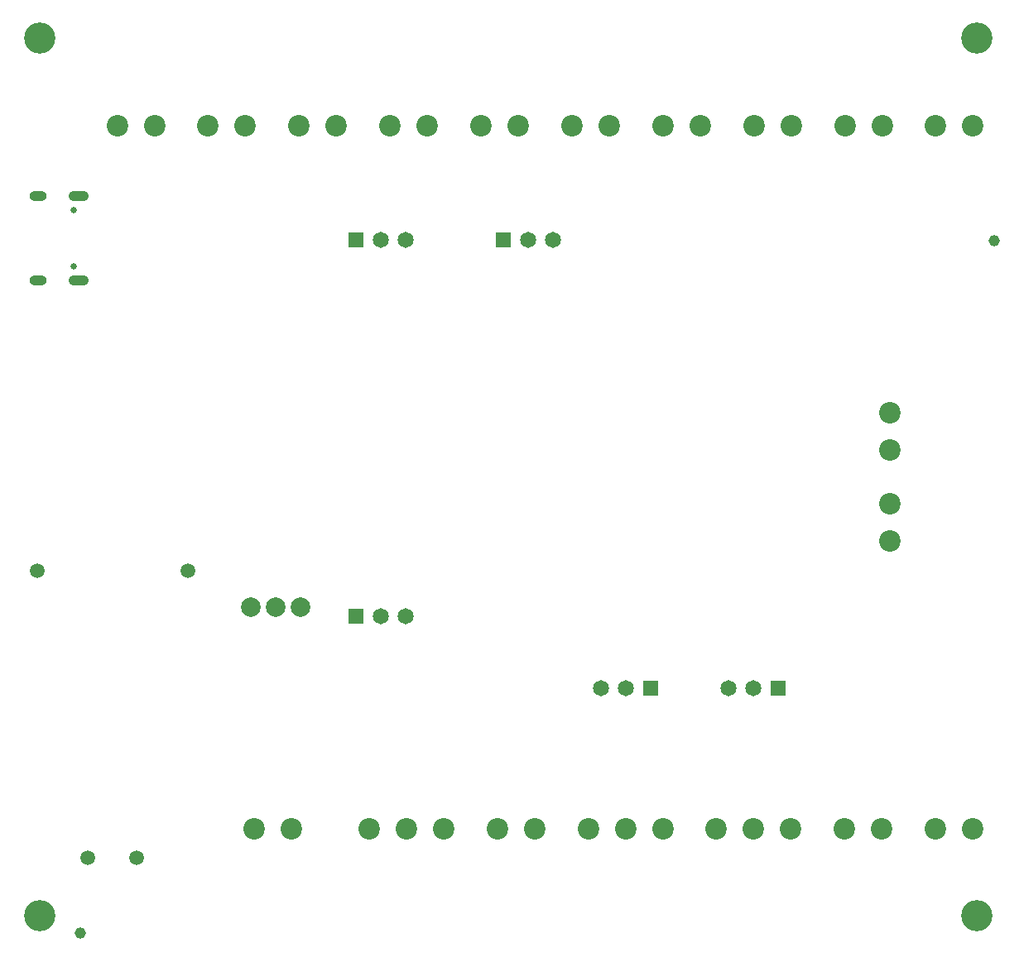
<source format=gbr>
%TF.GenerationSoftware,Altium Limited,Altium Designer,21.9.2 (33)*%
G04 Layer_Color=255*
%FSLAX45Y45*%
%MOMM*%
%TF.SameCoordinates,9F934031-F859-43C4-9D29-15814C5376A4*%
%TF.FilePolarity,Positive*%
%TF.FileFunction,Pads,Bot*%
%TF.Part,Single*%
G01*
G75*
%TA.AperFunction,WasherPad*%
%ADD45C,1.15200*%
%TA.AperFunction,ComponentPad*%
%ADD46R,1.65000X1.65000*%
%ADD47C,1.65000*%
%ADD48C,2.20000*%
%ADD49C,0.65000*%
%ADD50O,2.10000X1.05000*%
%ADD51O,1.80000X1.00000*%
%ADD52C,2.00000*%
%ADD53C,1.50000*%
%TA.AperFunction,WasherPad*%
%ADD54C,3.20000*%
D45*
X-7760000Y-5640000D02*
D03*
X1590000Y1450000D02*
D03*
D46*
X-616000Y-3130000D02*
D03*
X-3430000Y1461000D02*
D03*
X-1926000Y-3130000D02*
D03*
X-4938000Y-2389000D02*
D03*
Y1461000D02*
D03*
D47*
X-1124000Y-3130000D02*
D03*
X-870000D02*
D03*
X-3176000Y1461000D02*
D03*
X-2922000D02*
D03*
X-2434000Y-3130000D02*
D03*
X-2180000D02*
D03*
X-4684000Y-2389000D02*
D03*
X-4430000D02*
D03*
X-4684000Y1461000D02*
D03*
X-4430000D02*
D03*
D48*
X993000Y2631000D02*
D03*
X1374000D02*
D03*
X63000D02*
D03*
X444000D02*
D03*
X-867000D02*
D03*
X-486000D02*
D03*
X-3658000D02*
D03*
X-3277000D02*
D03*
X-4588000D02*
D03*
X-4207000D02*
D03*
X-1797000D02*
D03*
X-1416000D02*
D03*
X-2727000D02*
D03*
X-2346000D02*
D03*
X-5518000D02*
D03*
X-5137000D02*
D03*
X-6068000D02*
D03*
X-6449000D02*
D03*
X-6998000D02*
D03*
X-7379000D02*
D03*
X522000Y-690000D02*
D03*
Y-309000D02*
D03*
Y-1621000D02*
D03*
Y-1240000D02*
D03*
X-1251000Y-4569000D02*
D03*
X-870000D02*
D03*
X-489000D02*
D03*
X-2560000D02*
D03*
X-2179000D02*
D03*
X-1798000D02*
D03*
X-5598000D02*
D03*
X-5979000D02*
D03*
X1371000D02*
D03*
X990000D02*
D03*
X441497D02*
D03*
X60497D02*
D03*
X-4800000D02*
D03*
X-4419000D02*
D03*
X-4038000D02*
D03*
X-3108503D02*
D03*
X-3489503D02*
D03*
D49*
X-7821800Y1766500D02*
D03*
Y1188500D02*
D03*
D50*
X-7771800Y1045500D02*
D03*
Y1909500D02*
D03*
D51*
X-8189800Y1045500D02*
D03*
Y1909500D02*
D03*
D52*
X-6014000Y-2299000D02*
D03*
X-5760000D02*
D03*
X-5506000D02*
D03*
D53*
X-6658000Y-1929000D02*
D03*
X-8198000D02*
D03*
X-7178000Y-4869000D02*
D03*
X-7678000D02*
D03*
D54*
X1412000Y-5459000D02*
D03*
Y3521000D02*
D03*
X-8168000D02*
D03*
Y-5459000D02*
D03*
%TF.MD5,3293d73970914fb0423388a45254cef4*%
M02*

</source>
